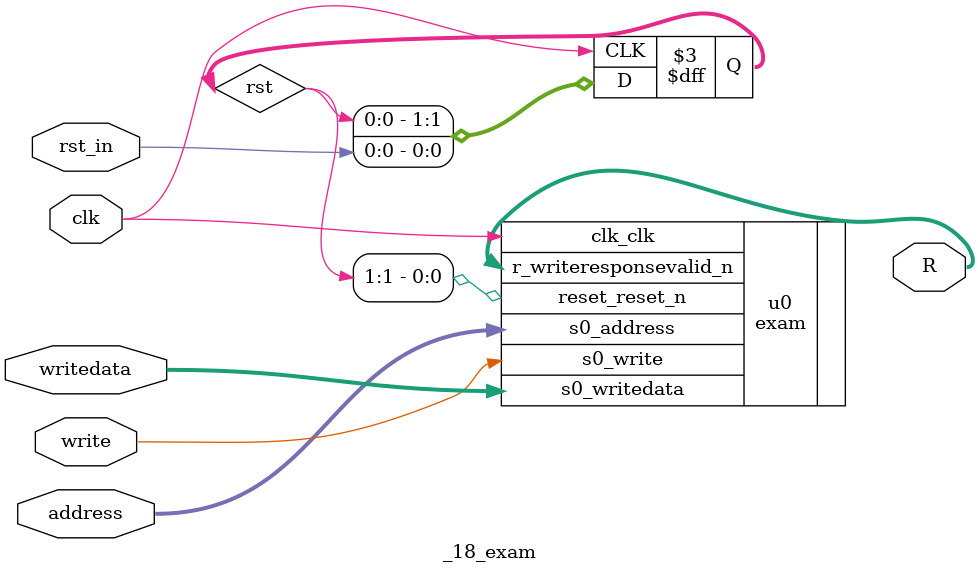
<source format=sv>
`timescale 1ns / 1ns
module _18_exam (
  input  bit        clk,
  input  bit        rst_in,
  input  bit [ 7:0] address,
  input  bit        write,
  input  bit [31:0] writedata,
  output bit [31:0] R
);

  exam u0 (
    .clk_clk               (clk),        //   clk.clk
    .reset_reset_n         (rst[1]),     // reset.reset_n
    .s0_address            (address),    //    s0.address
    .s0_write              (write),      //      .write
    .s0_writedata          (writedata),  //      .writedata
    .r_writeresponsevalid_n(R)           //     r.writeresponsevalid_n
  );

  bit [1:0] rst = '0;

  always_ff @(posedge clk) begin
    rst[1:0] <= {rst[0], rst_in};
  end

endmodule

</source>
